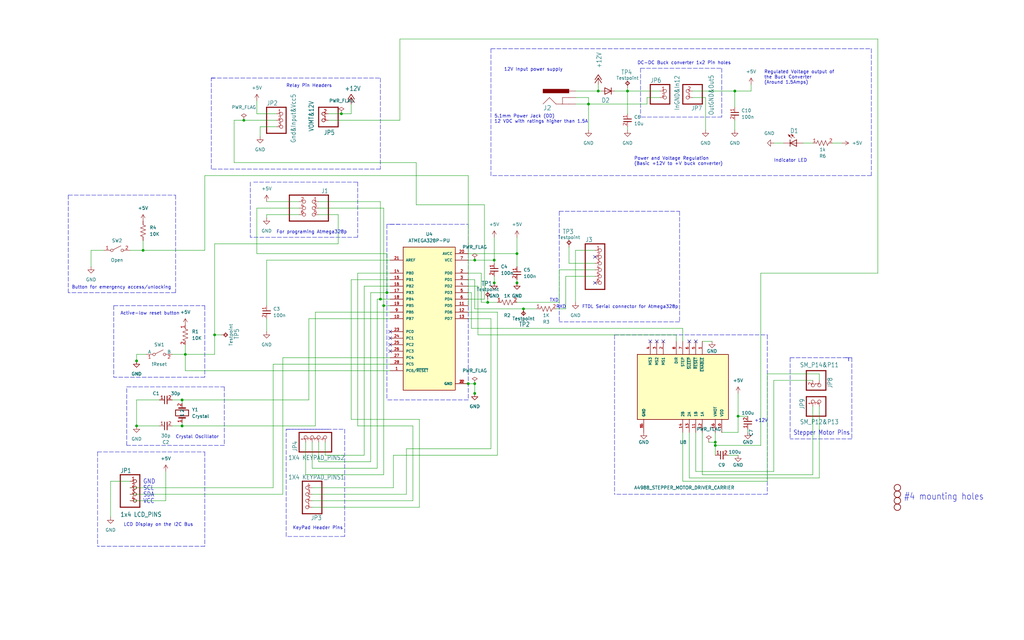
<source format=kicad_sch>
(kicad_sch (version 20211123) (generator eeschema)
  (paper "User" 399.999 250.012)
  (title_block (title "Door Lock Schematic") (rev "4") (company "ECE 411 Team 5 Practicum"))
  (lib_symbols
    (symbol "A4988_STEPPER_MOTOR_DRIVER_CARRIER:A4988_STEPPER_MOTOR_DRIVER_CARRIER" (pin_names (offset 1.016))
      (property "Reference" "U" (at -12.7 19.05 0))
      (property "Value" "A4988_STEPPER_MOTOR_DRIVER_CARRIER" (at -12.7 -21.59 0))
      (symbol "A4988_STEPPER_MOTOR_DRIVER_CARRIER_0_0"
        (pin input line (at -17.78 7.62 0) (length 5.08) (name "~{ENABLE}") (number "1"))
        (pin power_in line (at 17.78 15.24 180) (length 5.08) (name "VDD") (number "10"))
        (pin output line (at 17.78 5.08 180) (length 5.08) (name "1B") (number "11"))
        (pin output line (at 17.78 7.62 180) (length 5.08) (name "1A") (number "12"))
        (pin output line (at 17.78 2.54 180) (length 5.08) (name "2A") (number "13"))
        (pin output line (at 17.78 0 180) (length 5.08) (name "2B") (number "14"))
        (pin power_in line (at 17.78 -15.24 180) (length 5.08) (name "GND") (number "15"))
        (pin power_in line (at 17.78 12.7 180) (length 5.08) (name "VMOT") (number "16"))
        (pin input line (at -17.78 -7.62 0) (length 5.08) (name "MS1") (number "2"))
        (pin input line (at -17.78 -10.16 0) (length 5.08) (name "MS2") (number "3"))
        (pin input line (at -17.78 -12.7 0) (length 5.08) (name "MS3") (number "4"))
        (pin input line (at -17.78 5.08 0) (length 5.08) (name "~{RESET}") (number "5"))
        (pin input line (at -17.78 2.54 0) (length 5.08) (name "~{SLEEP}") (number "6"))
        (pin input line (at -17.78 0 0) (length 5.08) (name "STEP") (number "7"))
        (pin input line (at -17.78 -2.54 0) (length 5.08) (name "DIR") (number "8"))
        (pin power_in line (at 17.78 -15.24 180) (length 5.08) (name "GND") (number "9"))
      )
    )
    (symbol "ATMEGA328P-PU:ATMEGA328P-PU" (pin_names (offset 1.016))
      (property "Reference" "U" (at -10.16 28.9814 0))
      (property "Value" "ATMEGA328P-PU" (at -10.16 -31.5214 0))
      (symbol "ATMEGA328P-PU_0_0"
        (pin bidirectional line (at -15.24 -20.32 0) (length 5.08) (name "PC6/~{RESET}") (number "1"))
        (pin bidirectional line (at -15.24 0 0) (length 5.08) (name "PB7") (number "10"))
        (pin bidirectional line (at 15.24 5.08 180) (length 5.08) (name "PD5") (number "11"))
        (pin bidirectional line (at 15.24 2.54 180) (length 5.08) (name "PD6") (number "12"))
        (pin bidirectional line (at 15.24 0 180) (length 5.08) (name "PD7") (number "13"))
        (pin bidirectional line (at -15.24 17.78 0) (length 5.08) (name "PB0") (number "14"))
        (pin bidirectional line (at -15.24 15.24 0) (length 5.08) (name "PB1") (number "15"))
        (pin bidirectional line (at -15.24 12.7 0) (length 5.08) (name "PB2") (number "16"))
        (pin bidirectional line (at -15.24 10.16 0) (length 5.08) (name "PB3") (number "17"))
        (pin bidirectional line (at -15.24 7.62 0) (length 5.08) (name "PB4") (number "18"))
        (pin bidirectional line (at -15.24 5.08 0) (length 5.08) (name "PB5") (number "19"))
        (pin bidirectional line (at 15.24 17.78 180) (length 5.08) (name "PD0") (number "2"))
        (pin power_in line (at 15.24 25.4 180) (length 5.08) (name "AVCC") (number "20"))
        (pin input line (at -15.24 22.86 0) (length 5.08) (name "AREF") (number "21"))
        (pin power_in line (at 15.24 -25.4 180) (length 5.08) (name "GND") (number "22"))
        (pin bidirectional line (at -15.24 -5.08 0) (length 5.08) (name "PC0") (number "23"))
        (pin bidirectional line (at -15.24 -7.62 0) (length 5.08) (name "PC1") (number "24"))
        (pin bidirectional line (at -15.24 -10.16 0) (length 5.08) (name "PC2") (number "25"))
        (pin bidirectional line (at -15.24 -12.7 0) (length 5.08) (name "PC3") (number "26"))
        (pin bidirectional line (at -15.24 -15.24 0) (length 5.08) (name "PC4") (number "27"))
        (pin bidirectional line (at -15.24 -17.78 0) (length 5.08) (name "PC5") (number "28"))
        (pin bidirectional line (at 15.24 15.24 180) (length 5.08) (name "PD1") (number "3"))
        (pin bidirectional line (at 15.24 12.7 180) (length 5.08) (name "PD2") (number "4"))
        (pin bidirectional line (at 15.24 10.16 180) (length 5.08) (name "PD3") (number "5"))
        (pin bidirectional line (at 15.24 7.62 180) (length 5.08) (name "PD4") (number "6"))
        (pin power_in line (at 15.24 22.86 180) (length 5.08) (name "VCC") (number "7"))
        (pin power_in line (at 15.24 -25.4 180) (length 5.08) (name "GND") (number "8"))
        (pin bidirectional line (at -15.24 2.54 0) (length 5.08) (name "PB6") (number "9"))
      )
    )
    (symbol "C_Small_1" (pin_names (offset 0.254))
      (property "Reference" "C" (at 0.254 1.778 0))
      (property "Value" "C_Small_1" (at 0.254 -2.032 0))
      (symbol "C_Small_1_1_1"
        (pin passive line (at 0 2.54 270) (length 2.032) (name "~") (number "1"))
        (pin passive line (at 0 -2.54 90) (length 2.032) (name "~") (number "2"))
      )
    )
    (symbol "C_Small_2" (pin_names (offset 0.254))
      (property "Reference" "C" (at 0.254 1.778 0))
      (property "Value" "C_Small_2" (at 0.254 -2.032 0))
      (symbol "C_Small_2_1_1"
        (pin passive line (at 0 2.54 270) (length 2.032) (name "~") (number "1"))
        (pin passive line (at 0 -2.54 90) (length 2.032) (name "~") (number "2"))
      )
    )
    (symbol "C_Small_3" (pin_names (offset 0.254))
      (property "Reference" "C" (at 0.254 1.778 0))
      (property "Value" "C_Small_3" (at 0.254 -2.032 0))
      (symbol "C_Small_3_1_1"
        (pin passive line (at 0 2.54 270) (length 2.032) (name "~") (number "1"))
        (pin passive line (at 0 -2.54 90) (length 2.032) (name "~") (number "2"))
      )
    )
    (symbol "C_Small_4" (pin_names (offset 0.254))
      (property "Reference" "C" (at 0.254 1.778 0))
      (property "Value" "C_Small_4" (at 0.254 -2.032 0))
      (symbol "C_Small_4_1_1"
        (pin passive line (at 0 2.54 270) (length 2.032) (name "~") (number "1"))
        (pin passive line (at 0 -2.54 90) (length 2.032) (name "~") (number "2"))
      )
    )
    (symbol "C_Small_5" (pin_names (offset 0.254))
      (property "Reference" "C" (at 0.254 1.778 0))
      (property "Value" "C_Small_5" (at 0.254 -2.032 0))
      (symbol "C_Small_5_1_1"
        (pin passive line (at 0 2.54 270) (length 2.032) (name "~") (number "1"))
        (pin passive line (at 0 -2.54 90) (length 2.032) (name "~") (number "2"))
      )
    )
    (symbol "C_Small_6" (pin_names (offset 0.254))
      (property "Reference" "C" (at 0.254 1.778 0))
      (property "Value" "C_Small_6" (at 0.254 -2.032 0))
      (symbol "C_Small_6_1_1"
        (pin passive line (at 0 2.54 270) (length 2.032) (name "~") (number "1"))
        (pin passive line (at 0 -2.54 90) (length 2.032) (name "~") (number "2"))
      )
    )
    (symbol "C_Small_7" (pin_names (offset 0.254))
      (property "Reference" "C" (at 0.254 1.778 0))
      (property "Value" "C_Small_7" (at 0.254 -2.032 0))
      (symbol "C_Small_7_1_1"
        (pin passive line (at 0 2.54 270) (length 2.032) (name "~") (number "1"))
        (pin passive line (at 0 -2.54 90) (length 2.032) (name "~") (number "2"))
      )
    )
    (symbol "C_Small_8" (pin_names (offset 0.254))
      (property "Reference" "C" (at 0.254 1.778 0))
      (property "Value" "C_Small_8" (at 0.254 -2.032 0))
      (symbol "C_Small_8_1_1"
        (pin passive line (at 0 2.54 270) (length 2.032) (name "~") (number "1"))
        (pin passive line (at 0 -2.54 90) (length 2.032) (name "~") (number "2"))
      )
    )
    (symbol "Device:C_Small" (pin_names (offset 0.254))
      (property "Reference" "C" (at 0.254 1.778 0))
      (property "Value" "C_Small" (at 0.254 -2.032 0))
      (symbol "C_Small_1_1"
        (pin passive line (at 0 2.54 270) (length 2.032) (name "~") (number "1"))
        (pin passive line (at 0 -2.54 90) (length 2.032) (name "~") (number "2"))
      )
    )
    (symbol "Device:Crystal" (pin_names (offset 1.016))
      (property "Reference" "Y" (at 0 3.81 0))
      (property "Value" "Crystal" (at 0 -3.81 0))
      (symbol "Crystal_1_1"
        (pin passive line (at -3.81 0 0) (length 1.27) (name "1") (number "1"))
        (pin passive line (at 3.81 0 180) (length 1.27) (name "2") (number "2"))
      )
    )
    (symbol "Device:R_US" (pin_numbers hide) (pin_names (offset 0))
      (property "Reference" "R" (at 2.54 0 90))
      (property "Value" "R_US" (at -2.54 0 90))
      (symbol "R_US_1_1"
        (pin passive line (at 0 3.81 270) (length 1.27) (name "~") (number "1"))
        (pin passive line (at 0 -3.81 90) (length 1.27) (name "~") (number "2"))
      )
    )
    (symbol "Keyless_Door-eagle-import:+12V" (power)
      (property "Value" "+12V" (at -2.54 -5.08 90))
      (symbol "+12V_1_0"
        (pin power_in line (at 0 -2.54 90) (length 2.54) (name "+12V") (number "1"))
      )
    )
    (symbol "Keyless_Door-eagle-import:DIODE-SMB"
      (property "Reference" "D" (at 2.54 0.4826 0))
      (property "Value" "DIODE-SMB" (at 2.54 -2.3114 0))
      (symbol "DIODE-SMB_1_0"
        (pin passive line (at -2.54 0 0) (length 2.54) (name "A") (number "A"))
        (pin passive line (at 2.54 0 180) (length 2.54) (name "C") (number "C"))
      )
    )
    (symbol "Keyless_Door-eagle-import:LEDCHIP-LED0805"
      (property "Reference" "LED" (at 3.556 -4.572 90))
      (property "Value" "LEDCHIP-LED0805" (at 5.715 -4.572 90))
      (symbol "LEDCHIP-LED0805_1_0"
        (pin passive line (at 0 2.54 270) (length 2.54) (name "A") (number "A"))
        (pin passive line (at 0 -5.08 90) (length 2.54) (name "C") (number "C"))
      )
    )
    (symbol "Keyless_Door-eagle-import:PINHD-1X2"
      (property "Reference" "JP" (at -6.35 5.715 0))
      (property "Value" "PINHD-1X2" (at -6.35 -5.08 0))
      (symbol "PINHD-1X2_1_0"
        (pin passive inverted (at -2.54 2.54 0) (length 2.54) (name "1") (number "1"))
        (pin passive inverted (at -2.54 0 0) (length 2.54) (name "2") (number "2"))
      )
    )
    (symbol "Keyless_Door-eagle-import:PINHD-1X3"
      (property "Reference" "JP" (at -6.35 5.715 0))
      (property "Value" "PINHD-1X3" (at -6.35 -7.62 0))
      (symbol "PINHD-1X3_1_0"
        (pin passive inverted (at -2.54 2.54 0) (length 2.54) (name "1") (number "1"))
        (pin passive inverted (at -2.54 0 0) (length 2.54) (name "2") (number "2"))
        (pin passive inverted (at -2.54 -2.54 0) (length 2.54) (name "3") (number "3"))
      )
    )
    (symbol "Keyless_Door-eagle-import:PINHD-1X4"
      (property "Reference" "JP" (at -6.35 8.255 0))
      (property "Value" "PINHD-1X4" (at -6.35 -7.62 0))
      (symbol "PINHD-1X4_1_0"
        (pin passive inverted (at -2.54 5.08 0) (length 2.54) (name "1") (number "1"))
        (pin passive inverted (at -2.54 2.54 0) (length 2.54) (name "2") (number "2"))
        (pin passive inverted (at -2.54 0 0) (length 2.54) (name "3") (number "3"))
        (pin passive inverted (at -2.54 -2.54 0) (length 2.54) (name "4") (number "4"))
      )
    )
    (symbol "Keyless_Door-eagle-import:PINHD-1X6"
      (property "Reference" "JP" (at -6.35 10.795 0))
      (property "Value" "PINHD-1X6" (at -6.35 -10.16 0))
      (symbol "PINHD-1X6_1_0"
        (pin passive inverted (at -2.54 7.62 0) (length 2.54) (name "1") (number "1"))
        (pin passive inverted (at -2.54 5.08 0) (length 2.54) (name "2") (number "2"))
        (pin passive inverted (at -2.54 2.54 0) (length 2.54) (name "3") (number "3"))
        (pin passive inverted (at -2.54 0 0) (length 2.54) (name "4") (number "4"))
        (pin passive inverted (at -2.54 -2.54 0) (length 2.54) (name "5") (number "5"))
        (pin passive inverted (at -2.54 -5.08 0) (length 2.54) (name "6") (number "6"))
      )
    )
    (symbol "Keyless_Door-eagle-import:PINHD-2X3"
      (property "Reference" "JP" (at -6.35 5.715 0))
      (property "Value" "PINHD-2X3" (at -6.35 -7.62 0))
      (symbol "PINHD-2X3_1_0"
        (pin passive inverted (at -2.54 2.54 0) (length 2.54) (name "1") (number "1"))
        (pin passive inverted (at 5.08 2.54 180) (length 2.54) (name "2") (number "2"))
        (pin passive inverted (at -2.54 0 0) (length 2.54) (name "3") (number "3"))
        (pin passive inverted (at 5.08 0 180) (length 2.54) (name "4") (number "4"))
        (pin passive inverted (at -2.54 -2.54 0) (length 2.54) (name "5") (number "5"))
        (pin passive inverted (at 5.08 -2.54 180) (length 2.54) (name "6") (number "6"))
      )
    )
    (symbol "Keyless_Door-eagle-import:POWER_JACK"
      (property "Reference" "J" (at -10.16 0 0))
      (property "Value" "POWER_JACK" (at -10.16 10.16 0))
      (symbol "POWER_JACK_1_0"
        (pin bidirectional line (at 2.54 2.54 180) (length 2.54) (name "GND") (number "GND"))
        (pin bidirectional line (at 2.54 5.08 180) (length 2.54) (name "GNDBREAK") (number "GNDBREAK"))
        (pin bidirectional line (at 2.54 7.62 180) (length 2.54) (name "PWR") (number "PWR"))
      )
    )
    (symbol "Keyless_Door-eagle-import:STAND-OFF")
    (symbol "Keyless_Door-eagle-import:TPPAD1-13"
      (property "Reference" "TP4" (at -1.27 1.27 0))
      (symbol "TPPAD1-13_1_0"
        (pin input line (at 0 -2.54 90) (length 2.54) (name "TP") (number "TP"))
      )
    )
    (symbol "R_US_1" (pin_names (offset 0))
      (property "Reference" "R" (at 2.54 0 90))
      (property "Value" "R_US_1" (at -2.54 0 90))
      (symbol "R_US_1_1_1"
        (pin passive line (at 0 3.81 270) (length 1.27) (name "~") (number "1"))
        (pin passive line (at 0 -3.81 90) (length 1.27) (name "~") (number "2"))
      )
    )
    (symbol "R_US_2" (pin_names (offset 0))
      (property "Reference" "R" (at 2.54 0 90))
      (property "Value" "R_US_2" (at -2.54 0 90))
      (symbol "R_US_2_1_1"
        (pin passive line (at 0 3.81 270) (length 1.27) (name "~") (number "1"))
        (pin passive line (at 0 -3.81 90) (length 1.27) (name "~") (number "2"))
      )
    )
    (symbol "R_US_3" (pin_names (offset 0))
      (property "Reference" "R" (at 2.54 0 90))
      (property "Value" "R_US_3" (at -2.54 0 90))
      (symbol "R_US_3_1_1"
        (pin passive line (at 0 3.81 270) (length 1.27) (name "~") (number "1"))
        (pin passive line (at 0 -3.81 90) (length 1.27) (name "~") (number "2"))
      )
    )
    (symbol "R_US_4" (pin_names (offset 0))
      (property "Reference" "R" (at 2.54 0 90))
      (property "Value" "R_US_4" (at -2.54 0 90))
      (symbol "R_US_4_1_1"
        (pin passive line (at 0 3.81 270) (length 1.27) (name "~") (number "1"))
        (pin passive line (at 0 -3.81 90) (length 1.27) (name "~") (number "2"))
      )
    )
    (symbol "SW_SPST_1" (pin_names (offset 0))
      (property "Reference" "SW" (at 0 3.175 0))
      (property "Value" "SW_SPST_1" (at 0 -2.54 0))
      (symbol "SW_SPST_1_1_1"
        (pin passive line (at -5.08 0 0) (length 2.54) (name "A") (number "1"))
        (pin passive line (at 5.08 0 180) (length 2.54) (name "B") (number "2"))
      )
    )
    (symbol "Switch:SW_SPST" (pin_names (offset 0) hide)
      (property "Reference" "SW" (at 0 3.175 0))
      (property "Value" "SW_SPST" (at 0 -2.54 0))
      (symbol "SW_SPST_1_1"
        (pin passive line (at -5.08 0 0) (length 2.54) (name "A") (number "1"))
        (pin passive line (at 5.08 0 180) (length 2.54) (name "B") (number "2"))
      )
    )
    (symbol "power:+5V" (power) (pin_names (offset 0))
      (property "Value" "+5V" (at 0 3.556 0))
      (symbol "+5V_1_1"
        (pin power_in line (at 0 0 90) (length 0) hide (name "+5V") (number "1"))
      )
    )
    (symbol "power:GND" (power) (pin_names (offset 0))
      (property "Value" "GND" (at 0 -3.81 0))
      (symbol "GND_1_1"
        (pin power_in line (at 0 0 270) (length 0) hide (name "GND") (number "1"))
      )
    )
    (symbol "power:PWR_FLAG" (power) (pin_numbers hide) (pin_names (offset 0) hide)
      (property "Value" "PWR_FLAG" (at 0 3.81 0))
      (symbol "PWR_FLAG_0_0"
        (pin power_out line (at 0 0 90) (length 0) (name "pwr") (number "1"))
      )
    )
  )
  (junction (at 185.42 101.6))
  (junction (at 72.39 138.43))
  (junction (at 201.93 99.06))
  (junction (at 201.93 110.49))
  (junction (at 133.35 44.45))
  (junction (at 83.82 130.81))
  (junction (at 288.29 162.56))
  (junction (at 204.47 120.65))
  (junction (at 53.34 166.37))
  (junction (at 279.4 173.99))
  (junction (at 245.11 35.56))
  (junction (at 149.86 119.38))
  (junction (at 193.04 110.49))
  (junction (at 193.04 101.6))
  (junction (at 229.87 40.64))
  (junction (at 71.12 156.21))
  (junction (at 55.88 97.79))
  (junction (at 279.4 172.72))
  (junction (at 287.02 35.56))
  (junction (at 185.42 149.86))
  (junction (at 53.34 140.97))
  (junction (at 233.68 35.56))
  (junction (at 71.12 166.37))
  (junction (at 182.88 149.86))
  (junction (at 148.59 116.84))
  (junction (at 185.42 153.67))
  (junction (at 95.25 46.99))
  (junction (at 190.5 118.11))
  (junction (at 151.13 114.3))
  (no_connect (at 152.4 137.16))
  (no_connect (at 259.08 133.35))
  (no_connect (at 254 133.35))
  (no_connect (at 152.4 134.62))
  (no_connect (at 232.41 100.33))
  (no_connect (at 271.78 133.35))
  (no_connect (at 256.54 133.35))
  (no_connect (at 152.4 129.54))
  (no_connect (at 232.41 110.49))
  (no_connect (at 152.4 132.08))
  (no_connect (at 269.24 133.35))
  (wire (pts (xy 124.46 172.72) (xy 124.46 180.34)))
  (polyline (pts (xy 250.19 26.67) (xy 250.19 45.72)))
  (wire (pts (xy 182.88 68.58) (xy 80.01 68.58)))
  (wire (pts (xy 270.51 35.56) (xy 287.02 35.56)))
  (wire (pts (xy 153.67 177.8) (xy 194.31 177.8)))
  (polyline (pts (xy 299.72 130.81) (xy 299.72 193.04)))
  (wire (pts (xy 121.92 198.12) (xy 163.83 198.12)))
  (wire (pts (xy 222.25 102.87) (xy 232.41 102.87)))
  (wire (pts (xy 104.14 78.74) (xy 116.84 78.74)))
  (wire (pts (xy 276.86 172.72) (xy 279.4 172.72)))
  (wire (pts (xy 35.56 97.79) (xy 35.56 104.14)))
  (polyline (pts (xy 332.74 139.7) (xy 332.74 171.45)))
  (wire (pts (xy 156.21 46.99) (xy 156.21 15.24)))
  (wire (pts (xy 107.95 49.53) (xy 101.6 49.53)))
  (wire (pts (xy 163.83 198.12) (xy 163.83 163.83)))
  (wire (pts (xy 133.35 44.45) (xy 137.16 44.45)))
  (wire (pts (xy 264.16 133.35) (xy 264.16 130.81)))
  (polyline (pts (xy 148.59 30.48) (xy 148.59 66.04)))
  (wire (pts (xy 288.29 162.56) (xy 292.1 162.56)))
  (wire (pts (xy 292.1 167.64) (xy 292.1 168.91)))
  (wire (pts (xy 149.86 81.28) (xy 149.86 119.38)))
  (wire (pts (xy 119.38 185.42) (xy 119.38 172.72)))
  (wire (pts (xy 288.29 162.56) (xy 288.29 168.91)))
  (polyline (pts (xy 308.61 139.7) (xy 332.74 139.7)))
  (polyline (pts (xy 111.76 167.64) (xy 113.03 167.64)))
  (wire (pts (xy 342.9 15.24) (xy 342.9 106.68)))
  (wire (pts (xy 55.88 97.79) (xy 80.01 97.79)))
  (wire (pts (xy 158.75 175.26) (xy 191.77 175.26)))
  (wire (pts (xy 124.46 81.28) (xy 149.86 81.28)))
  (wire (pts (xy 185.42 120.65) (xy 204.47 120.65)))
  (polyline (pts (xy 299.72 193.04) (xy 240.03 193.04)))
  (wire (pts (xy 297.18 106.68) (xy 342.9 106.68)))
  (polyline (pts (xy 113.03 167.64) (xy 128.27 167.64)))
  (wire (pts (xy 124.46 78.74) (xy 148.59 78.74)))
  (wire (pts (xy 182.88 116.84) (xy 189.23 116.84)))
  (wire (pts (xy 57.15 138.43) (xy 53.34 138.43)))
  (wire (pts (xy 158.75 193.04) (xy 158.75 175.26)))
  (wire (pts (xy 83.82 95.25) (xy 83.82 130.81)))
  (wire (pts (xy 320.04 148.59) (xy 320.04 146.05)))
  (wire (pts (xy 201.93 109.22) (xy 201.93 110.49)))
  (wire (pts (xy 147.32 116.84) (xy 148.59 116.84)))
  (wire (pts (xy 252.73 38.1) (xy 252.73 40.64)))
  (wire (pts (xy 193.04 101.6) (xy 193.04 102.87)))
  (polyline (pts (xy 182.88 87.63) (xy 182.88 156.21)))
  (polyline (pts (xy 49.53 151.13) (xy 87.63 151.13)))
  (wire (pts (xy 161.29 195.58) (xy 121.92 195.58)))
  (wire (pts (xy 62.23 156.21) (xy 53.34 156.21)))
  (polyline (pts (xy 82.55 30.48) (xy 148.59 30.48)))
  (polyline (pts (xy 87.63 173.99) (xy 49.53 173.99)))
  (polyline (pts (xy 82.55 66.04) (xy 82.55 30.48)))
  (polyline (pts (xy 111.76 167.64) (xy 134.62 167.64)))
  (wire (pts (xy 149.86 119.38) (xy 152.4 119.38)))
  (wire (pts (xy 121.92 193.04) (xy 158.75 193.04)))
  (wire (pts (xy 106.68 142.24) (xy 106.68 190.5)))
  (wire (pts (xy 232.41 105.41) (xy 218.44 105.41)))
  (wire (pts (xy 100.33 81.28) (xy 116.84 81.28)))
  (wire (pts (xy 182.88 101.6) (xy 185.42 101.6)))
  (polyline (pts (xy 151.13 87.63) (xy 152.4 87.63)))
  (polyline (pts (xy 38.1 176.53) (xy 38.1 213.36)))
  (wire (pts (xy 193.04 107.95) (xy 193.04 110.49)))
  (wire (pts (xy 185.42 109.22) (xy 182.88 109.22)))
  (wire (pts (xy 182.88 99.06) (xy 201.93 99.06)))
  (wire (pts (xy 222.25 96.52) (xy 222.25 102.87)))
  (wire (pts (xy 189.23 116.84) (xy 189.23 80.01)))
  (polyline (pts (xy 182.88 156.21) (xy 151.13 156.21)))
  (wire (pts (xy 279.4 172.72) (xy 279.4 173.99)))
  (wire (pts (xy 302.26 148.59) (xy 317.5 148.59)))
  (wire (pts (xy 72.39 138.43) (xy 67.31 138.43)))
  (wire (pts (xy 325.12 55.88) (xy 328.93 55.88)))
  (wire (pts (xy 269.24 186.69) (xy 320.04 186.69)))
  (polyline (pts (xy 308.61 139.7) (xy 308.61 171.45)))
  (wire (pts (xy 317.5 185.42) (xy 317.5 158.75)))
  (polyline (pts (xy 26.67 76.2) (xy 26.67 114.3)))
  (wire (pts (xy 233.68 33.02) (xy 233.68 35.56)))
  (wire (pts (xy 152.4 144.78) (xy 72.39 144.78)))
  (wire (pts (xy 266.7 187.96) (xy 299.72 187.96)))
  (polyline (pts (xy 26.67 76.2) (xy 68.58 76.2)))
  (wire (pts (xy 182.88 68.58) (xy 182.88 119.38)))
  (wire (pts (xy 72.39 144.78) (xy 72.39 138.43)))
  (polyline (pts (xy 80.01 176.53) (xy 80.01 213.36)))
  (wire (pts (xy 104.14 83.82) (xy 104.14 85.09)))
  (wire (pts (xy 152.4 109.22) (xy 137.16 109.22)))
  (wire (pts (xy 190.5 116.84) (xy 190.5 118.11)))
  (wire (pts (xy 161.29 166.37) (xy 161.29 195.58)))
  (wire (pts (xy 257.81 38.1) (xy 252.73 38.1)))
  (polyline (pts (xy 218.44 82.55) (xy 218.44 125.73)))
  (wire (pts (xy 224.79 35.56) (xy 233.68 35.56)))
  (wire (pts (xy 224.79 97.79) (xy 232.41 97.79)))
  (wire (pts (xy 204.47 120.65) (xy 209.55 120.65)))
  (wire (pts (xy 182.88 124.46) (xy 191.77 124.46)))
  (wire (pts (xy 279.4 168.91) (xy 279.4 172.72)))
  (wire (pts (xy 313.69 55.88) (xy 317.5 55.88)))
  (wire (pts (xy 187.96 118.11) (xy 187.96 106.68)))
  (polyline (pts (xy 80.01 147.32) (xy 44.45 147.32)))
  (wire (pts (xy 302.26 55.88) (xy 306.07 55.88)))
  (wire (pts (xy 127 177.8) (xy 142.24 177.8)))
  (polyline (pts (xy 82.55 30.48) (xy 83.82 30.48)))
  (wire (pts (xy 127 177.8) (xy 127 172.72)))
  (wire (pts (xy 91.44 63.5) (xy 91.44 46.99)))
  (wire (pts (xy 83.82 130.81) (xy 83.82 138.43)))
  (wire (pts (xy 142.24 111.76) (xy 152.4 111.76)))
  (wire (pts (xy 100.33 44.45) (xy 107.95 44.45)))
  (polyline (pts (xy 331.47 139.7) (xy 331.47 140.97)))
  (polyline (pts (xy 44.45 119.38) (xy 80.01 119.38)))
  (polyline (pts (xy 218.44 82.55) (xy 265.43 82.55)))
  (polyline (pts (xy 68.58 76.2) (xy 68.58 114.3)))
  (wire (pts (xy 132.08 95.25) (xy 83.82 95.25)))
  (wire (pts (xy 245.11 35.56) (xy 257.81 35.56)))
  (wire (pts (xy 240.03 35.56) (xy 245.11 35.56)))
  (wire (pts (xy 162.56 80.01) (xy 162.56 63.5)))
  (wire (pts (xy 229.87 38.1) (xy 229.87 40.64)))
  (wire (pts (xy 299.72 146.05) (xy 320.04 146.05)))
  (wire (pts (xy 288.29 153.67) (xy 288.29 162.56)))
  (wire (pts (xy 229.87 40.64) (xy 229.87 50.8)))
  (wire (pts (xy 139.7 106.68) (xy 152.4 106.68)))
  (wire (pts (xy 287.02 50.8) (xy 287.02 46.99)))
  (polyline (pts (xy 265.43 82.55) (xy 265.43 125.73)))
  (wire (pts (xy 279.4 173.99) (xy 279.4 177.8)))
  (polyline (pts (xy 331.47 139.7) (xy 331.47 140.97)))
  (wire (pts (xy 101.6 49.53) (xy 101.6 53.34)))
  (polyline (pts (xy 265.43 125.73) (xy 218.44 125.73)))
  (polyline (pts (xy 240.03 130.81) (xy 299.72 130.81)))
  (wire (pts (xy 245.11 34.29) (xy 245.11 35.56)))
  (wire (pts (xy 163.83 163.83) (xy 137.16 163.83)))
  (wire (pts (xy 264.16 130.81) (xy 186.69 130.81)))
  (wire (pts (xy 121.92 190.5) (xy 153.67 190.5)))
  (wire (pts (xy 124.46 180.34) (xy 144.78 180.34)))
  (polyline (pts (xy 44.45 119.38) (xy 44.45 147.32)))
  (wire (pts (xy 187.96 106.68) (xy 182.88 106.68)))
  (wire (pts (xy 220.98 107.95) (xy 220.98 120.65)))
  (wire (pts (xy 271.78 168.91) (xy 271.78 184.15)))
  (wire (pts (xy 185.42 153.67) (xy 185.42 149.86)))
  (wire (pts (xy 297.18 106.68) (xy 297.18 173.99)))
  (wire (pts (xy 137.16 109.22) (xy 137.16 163.83)))
  (polyline (pts (xy 250.19 26.67) (xy 281.94 26.67)))
  (wire (pts (xy 245.11 35.56) (xy 245.11 44.45)))
  (wire (pts (xy 161.29 166.37) (xy 139.7 166.37)))
  (wire (pts (xy 274.32 133.35) (xy 278.13 133.35)))
  (wire (pts (xy 186.69 111.76) (xy 182.88 111.76)))
  (wire (pts (xy 185.42 101.6) (xy 193.04 101.6)))
  (polyline (pts (xy 80.01 119.38) (xy 80.01 147.32)))
  (wire (pts (xy 123.19 121.92) (xy 123.19 166.37)))
  (polyline (pts (xy 148.59 66.04) (xy 82.55 66.04)))
  (wire (pts (xy 274.32 185.42) (xy 317.5 185.42)))
  (wire (pts (xy 274.32 168.91) (xy 274.32 185.42)))
  (polyline (pts (xy 240.03 130.81) (xy 240.03 193.04)))
  (wire (pts (xy 106.68 142.24) (xy 152.4 142.24)))
  (polyline (pts (xy 38.1 176.53) (xy 80.01 176.53)))
  (polyline (pts (xy 68.58 114.3) (xy 26.67 114.3)))
  (polyline (pts (xy 87.63 151.13) (xy 87.63 173.99)))
  (wire (pts (xy 299.72 187.96) (xy 299.72 146.05)))
  (wire (pts (xy 266.7 133.35) (xy 266.7 128.27)))
  (polyline (pts (xy 151.13 87.63) (xy 151.13 156.21)))
  (wire (pts (xy 297.18 173.99) (xy 279.4 173.99)))
  (wire (pts (xy 72.39 134.62) (xy 72.39 138.43)))
  (wire (pts (xy 119.38 185.42) (xy 149.86 185.42)))
  (wire (pts (xy 194.31 118.11) (xy 190.5 118.11)))
  (polyline (pts (xy 134.62 209.55) (xy 111.76 209.55)))
  (wire (pts (xy 67.31 156.21) (xy 71.12 156.21)))
  (wire (pts (xy 162.56 63.5) (xy 91.44 63.5)))
  (wire (pts (xy 100.33 81.28) (xy 100.33 99.06)))
  (polyline (pts (xy 191.77 19.05) (xy 191.77 68.58)))
  (wire (pts (xy 104.14 101.6) (xy 104.14 119.38)))
  (wire (pts (xy 194.31 177.8) (xy 194.31 121.92)))
  (wire (pts (xy 151.13 99.06) (xy 151.13 114.3)))
  (wire (pts (xy 224.79 97.79) (xy 224.79 118.11)))
  (wire (pts (xy 100.33 39.37) (xy 100.33 44.45)))
  (wire (pts (xy 147.32 182.88) (xy 147.32 116.84)))
  (polyline (pts (xy 99.06 71.12) (xy 139.7 71.12)))
  (wire (pts (xy 191.77 175.26) (xy 191.77 124.46)))
  (wire (pts (xy 201.93 118.11) (xy 218.44 118.11)))
  (wire (pts (xy 91.44 46.99) (xy 95.25 46.99)))
  (wire (pts (xy 193.04 92.71) (xy 193.04 101.6)))
  (wire (pts (xy 148.59 78.74) (xy 148.59 116.84)))
  (wire (pts (xy 293.37 35.56) (xy 287.02 35.56)))
  (wire (pts (xy 302.26 184.15) (xy 302.26 148.59)))
  (wire (pts (xy 80.01 68.58) (xy 80.01 97.79)))
  (wire (pts (xy 224.79 38.1) (xy 229.87 38.1)))
  (wire (pts (xy 182.88 149.86) (xy 180.34 149.86)))
  (wire (pts (xy 137.16 40.64) (xy 137.16 44.45)))
  (wire (pts (xy 288.29 168.91) (xy 281.94 168.91)))
  (polyline (pts (xy 191.77 19.05) (xy 340.36 19.05)))
  (polyline (pts (xy 80.01 213.36) (xy 38.1 213.36)))
  (wire (pts (xy 293.37 33.02) (xy 293.37 35.56)))
  (wire (pts (xy 201.93 99.06) (xy 201.93 104.14)))
  (wire (pts (xy 139.7 166.37) (xy 139.7 106.68)))
  (wire (pts (xy 35.56 97.79) (xy 40.64 97.79)))
  (wire (pts (xy 152.4 121.92) (xy 123.19 121.92)))
  (wire (pts (xy 53.34 166.37) (xy 62.23 166.37)))
  (wire (pts (xy 245.11 50.8) (xy 245.11 49.53)))
  (wire (pts (xy 55.88 97.79) (xy 50.8 97.79)))
  (polyline (pts (xy 152.4 87.63) (xy 156.21 87.63)))
  (wire (pts (xy 190.5 118.11) (xy 187.96 118.11)))
  (wire (pts (xy 104.14 83.82) (xy 116.84 83.82)))
  (wire (pts (xy 184.15 114.3) (xy 182.88 114.3)))
  (wire (pts (xy 123.19 166.37) (xy 71.12 166.37)))
  (wire (pts (xy 184.15 128.27) (xy 184.15 114.3)))
  (wire (pts (xy 110.49 193.04) (xy 110.49 139.7)))
  (polyline (pts (xy 49.53 173.99) (xy 49.53 151.13)))
  (wire (pts (xy 50.8 190.5) (xy 106.68 190.5)))
  (polyline (pts (xy 340.36 68.58) (xy 191.77 68.58)))
  (wire (pts (xy 156.21 15.24) (xy 342.9 15.24)))
  (wire (pts (xy 64.77 184.15) (xy 64.77 195.58)))
  (wire (pts (xy 184.15 128.27) (xy 266.7 128.27)))
  (wire (pts (xy 55.88 93.98) (xy 55.88 97.79)))
  (wire (pts (xy 71.12 165.1) (xy 71.12 166.37)))
  (wire (pts (xy 86.36 130.81) (xy 83.82 130.81)))
  (wire (pts (xy 152.4 101.6) (xy 104.14 101.6)))
  (wire (pts (xy 194.31 121.92) (xy 182.88 121.92)))
  (wire (pts (xy 67.31 166.37) (xy 71.12 166.37)))
  (wire (pts (xy 224.79 40.64) (xy 229.87 40.64)))
  (wire (pts (xy 220.98 120.65) (xy 217.17 120.65)))
  (wire (pts (xy 53.34 156.21) (xy 53.34 166.37)))
  (wire (pts (xy 186.69 130.81) (xy 186.69 111.76)))
  (wire (pts (xy 151.13 114.3) (xy 152.4 114.3)))
  (wire (pts (xy 121.92 182.88) (xy 147.32 182.88)))
  (polyline (pts (xy 152.4 87.63) (xy 182.88 87.63)))
  (wire (pts (xy 233.68 35.56) (xy 234.95 35.56)))
  (wire (pts (xy 153.67 190.5) (xy 153.67 177.8)))
  (wire (pts (xy 266.7 168.91) (xy 266.7 187.96)))
  (polyline (pts (xy 281.94 45.72) (xy 250.19 45.72)))
  (wire (pts (xy 320.04 186.69) (xy 320.04 158.75)))
  (wire (pts (xy 53.34 138.43) (xy 53.34 140.97)))
  (wire (pts (xy 121.92 182.88) (xy 121.92 172.72)))
  (wire (pts (xy 275.59 38.1) (xy 275.59 50.8)))
  (wire (pts (xy 218.44 105.41) (xy 218.44 118.11)))
  (wire (pts (xy 232.41 107.95) (xy 220.98 107.95)))
  (wire (pts (xy 152.4 124.46) (xy 120.65 124.46)))
  (wire (pts (xy 71.12 156.21) (xy 120.65 156.21)))
  (wire (pts (xy 229.87 40.64) (xy 252.73 40.64)))
  (wire (pts (xy 269.24 186.69) (xy 269.24 168.91)))
  (polyline (pts (xy 111.76 209.55) (xy 111.76 167.64)))
  (wire (pts (xy 83.82 138.43) (xy 72.39 138.43)))
  (polyline (pts (xy 139.7 92.71) (xy 97.79 92.71)))
  (wire (pts (xy 132.08 83.82) (xy 132.08 95.25)))
  (wire (pts (xy 189.23 80.01) (xy 162.56 80.01)))
  (wire (pts (xy 185.42 149.86) (xy 182.88 149.86)))
  (wire (pts (xy 201.93 92.71) (xy 201.93 99.06)))
  (wire (pts (xy 124.46 83.82) (xy 132.08 83.82)))
  (wire (pts (xy 149.86 185.42) (xy 149.86 119.38)))
  (wire (pts (xy 284.48 177.8) (xy 288.29 177.8)))
  (wire (pts (xy 144.78 114.3) (xy 151.13 114.3)))
  (wire (pts (xy 142.24 177.8) (xy 142.24 111.76)))
  (wire (pts (xy 50.8 193.04) (xy 110.49 193.04)))
  (polyline (pts (xy 97.79 71.12) (xy 97.79 92.71)))
  (polyline (pts (xy 340.36 19.05) (xy 340.36 68.58)))
  (wire (pts (xy 104.14 124.46) (xy 104.14 129.54)))
  (wire (pts (xy 144.78 180.34) (xy 144.78 114.3)))
  (polyline (pts (xy 281.94 26.67) (xy 281.94 45.72)))
  (wire (pts (xy 271.78 184.15) (xy 302.26 184.15)))
  (wire (pts (xy 50.8 195.58) (xy 64.77 195.58)))
  (wire (pts (xy 287.02 35.56) (xy 287.02 41.91)))
  (wire (pts (xy 185.42 120.65) (xy 185.42 109.22)))
  (wire (pts (xy 95.25 46.99) (xy 107.95 46.99)))
  (polyline (pts (xy 139.7 71.12) (xy 139.7 92.71)))
  (wire (pts (xy 100.33 99.06) (xy 151.13 99.06)))
  (wire (pts (xy 148.59 116.84) (xy 152.4 116.84)))
  (polyline (pts (xy 332.74 171.45) (xy 308.61 171.45)))
  (wire (pts (xy 110.49 139.7) (xy 152.4 139.7)))
  (polyline (pts (xy 330.2 139.7) (xy 331.47 139.7)))
  (polyline (pts (xy 134.62 167.64) (xy 134.62 209.55)))
  (wire (pts (xy 128.27 44.45) (xy 133.35 44.45)))
  (wire (pts (xy 71.12 156.21) (xy 71.12 157.48)))
  (wire (pts (xy 120.65 124.46) (xy 120.65 156.21)))
  (wire (pts (xy 128.27 46.99) (xy 156.21 46.99)))
  (wire (pts (xy 43.18 187.96) (xy 50.8 187.96)))
  (wire (pts (xy 43.18 187.96) (xy 43.18 201.93)))
  (wire (pts (xy 270.51 38.1) (xy 275.59 38.1)))
  (text "SCL" (at 55.88 191.77 180) (effects (font (size 1.778 1.5113)) (justify left bottom)))
  (text "#4 mounting holes" (at 353.06 195.58 180) (effects (font (size 2.54 2.159)) (justify left bottom)))
  (text "12V Input power supply\n" (at 196.85 27.94 0) (effects (font (size 1.27 1.27)) (justify left bottom)))
  (text "DC-DC Buck converter 1x2 Pin holes" (at 248.92 25.4 0) (effects (font (size 1.27 1.27)) (justify left bottom)))
  (text "KeyPad Header Pins" (at 114.3 207.01 0) (effects (font (size 1.27 1.27)) (justify left bottom)))
  (text "FTDL Serial connector for Atmega328p\n" (at 227.33 120.65 0) (effects (font (size 1.27 1.27)) (justify left bottom)))
  (text "Relay Pin Headers\n" (at 111.76 34.29 0) (effects (font (size 1.27 1.27)) (justify left bottom)))
  (text "LCD Display on the I2C Bus\n" (at 48.26 205.74 0) (effects (font (size 1.27 1.27)) (justify left bottom)))
  (text "RXD\n" (at 217.17 120.65 0) (effects (font (size 1.27 1.27)) (justify left bottom)))
  (text "Power and Voltage Regulation\n(Basic +12V to +V buck converter)" (at 247.65 64.77 0) (effects (font (size 1.27 1.27)) (justify left bottom)))
  (text "Button for emergency access/unlocking\n" (at 27.94 113.03 0) (effects (font (size 1.27 1.27)) (justify left bottom)))
  (text "Stepper Motor Pins" (at 309.88 170.18 180) (effects (font (size 1.778 1.5113)) (justify left bottom)))
  (text "For programing Atmega328p\n" (at 107.95 91.44 0) (effects (font (size 1.27 1.27)) (justify left bottom)))
  (text "5.1mm Power Jack (OD) \n12 VDC with ratings higher than 1.5A\n" (at 193.04 48.26 0) (effects (font (size 1.27 1.27)) (justify left bottom)))
  (text "Active-low reset button" (at 46.99 123.19 0) (effects (font (size 1.27 1.27)) (justify left bottom)))
  (text "+12V" (at 294.64 165.1 0) (effects (font (size 1.27 1.27)) (justify left bottom)))
  (text "VCC" (at 55.88 196.85 180) (effects (font (size 1.778 1.5113)) (justify left bottom)))
  (text "Regulated Voltage output of\nthe Buck Converter\n(Around 1.5Amps)\n" (at 298.45 33.02 0) (effects (font (size 1.27 1.27)) (justify left bottom)))
  (text "TXD\n" (at 214.63 118.11 0) (effects (font (size 1.27 1.27)) (justify left bottom)))
  (text "Indicator LED" (at 302.26 63.5 0) (effects (font (size 1.27 1.27)) (justify left bottom)))
  (text "GND" (at 55.88 189.23 180) (effects (font (size 1.778 1.5113)) (justify left bottom)))
  (text "SDA" (at 55.88 194.31 180) (effects (font (size 1.778 1.5113)) (justify left bottom)))
  (text "Crystal Oscillator" (at 68.58 171.45 0) (effects (font (size 1.27 1.27)) (justify left bottom)))
  (symbol (lib_id "Device:C_Small") (at 245.11 46.99 0) (unit 1)
    (property "Reference" "C6" (at 247.65 45.7262 0) (effects (justify left)))
    (property "Value" "10u" (at 247.65 48.26 0) (effects (justify left)))
    (property "Footprint" "Keyless_Door:C0805K" (effects hide))
  )
  (symbol (lib_name "C_Small_7") (lib_id "Device:C_Small") (at 292.1 165.1 180) (unit 1)
    (property "Reference" "C7" (at 293.37 167.64 90) (effects (justify left)))
    (property "Value" "100u" (at 294.64 161.29 0) (effects (justify left)))
    (property "Footprint" "Keyless_Door:C0805K" (effects hide))
  )
  (symbol (lib_id "Device:R_US") (at 55.88 90.17 0) (unit 1)
    (property "Reference" "R4" (at 58.42 88.8999 0) (effects (justify left)))
    (property "Value" "10K" (at 58.42 91.4399 0) (effects (justify left)))
    (property "Footprint" "Keyless_Door:R0805" (effects hide))
  )
  (symbol (lib_id "Keyless_Door-eagle-import:PINHD-1X2") (at 317.5 151.13 270) (unit 1)
    (property "Reference" "JP8" (at 323.215 147.32 0) (effects (font (size 1.778 1.5113)) (justify left bottom)))
    (property "Value" "SM_P14&P11" (at 312.42 143.51 90) (effects (font (size 1.778 1.5113)) (justify left bottom)))
    (property "Footprint" "Keyless_Door:1X02" (effects hide))
  )
  (symbol (lib_id "Keyless_Door-eagle-import:PINHD-1X4") (at 124.46 170.18 90) (unit 1)
    (property "Reference" "JP4" (at 116.205 176.53 0) (effects (font (size 1.778 1.5113)) (justify left bottom)))
    (property "Value" "1X4 KEYPAD_PINS2" (at 134.62 177.8 90) (effects (font (size 1.778 1.5113)) (justify left bottom)))
    (property "Footprint" "Keyless_Door:1X04" (effects hide))
  )
  (symbol (lib_id "power:GND") (at 288.29 177.8 0) (unit 1)
    (property "Reference" "#PWR0110" (effects hide))
    (property "Value" "GND" (at 288.29 181.61 0))
  )
  (symbol (lib_id "power:GND") (at 104.14 85.09 0) (mirror y) (unit 1)
    (property "Reference" "#PWR0127" (effects hide))
    (property "Value" "GND" (at 104.14 90.17 0))
  )
  (symbol (lib_name "R_US_4") (lib_id "Device:R_US") (at 321.31 55.88 90) (unit 1)
    (property "Reference" "R6" (at 321.31 60.96 90))
    (property "Value" "1k" (at 321.31 58.42 90))
    (property "Footprint" "Keyless_Door:R0805" (effects hide))
  )
  (symbol (lib_id "power:PWR_FLAG") (at 276.86 172.72 0) (unit 1)
    (property "Reference" "#FLG0101" (effects hide))
    (property "Value" "PWR_FLAG" (at 276.86 167.64 0))
  )
  (symbol (lib_id "Keyless_Door-eagle-import:TPPAD1-13") (at 190.5 114.3 0) (unit 1)
    (property "Reference" "TP1" (at 187.96 111.76 0) (effects (font (size 1.778 1.5113)) (justify left bottom)))
    (property "Value" "Testpoint" (at 190.5 113.03 0))
    (property "Footprint" "Keyless_Door:P1-13" (effects hide))
  )
  (symbol (lib_id "power:GND") (at 185.42 153.67 0) (unit 1)
    (property "Reference" "#PWR0132" (effects hide))
    (property "Value" "GND" (at 185.42 158.75 0))
  )
  (symbol (lib_name "C_Small_2") (lib_id "Device:C_Small") (at 201.93 106.68 0) (unit 1)
    (property "Reference" "C5" (at 204.47 105.4162 0) (effects (justify left)))
    (property "Value" "100n" (at 204.47 107.95 0) (effects (justify left)))
    (property "Footprint" "Keyless_Door:C0805K" (effects hide))
  )
  (symbol (lib_id "Keyless_Door-eagle-import:PINHD-1X2") (at 320.04 156.21 90) (unit 1)
    (property "Reference" "JP9" (at 314.325 160.02 0) (effects (font (size 1.778 1.5113)) (justify left bottom)))
    (property "Value" "SM_P12&P13" (at 327.66 163.83 90) (effects (font (size 1.778 1.5113)) (justify left bottom)))
    (property "Footprint" "Keyless_Door:1X02" (effects hide))
  )
  (symbol (lib_id "Keyless_Door-eagle-import:PINHD-1X4") (at 119.38 193.04 180) (unit 1)
    (property "Reference" "JP3" (at 125.73 201.295 0) (effects (font (size 1.778 1.5113)) (justify left bottom)))
    (property "Value" "1X4 KEYPAD_PINS1" (at 134.62 185.42 0) (effects (font (size 1.778 1.5113)) (justify left bottom)))
    (property "Footprint" "Keyless_Door:1X04" (effects hide))
  )
  (symbol (lib_id "power:GND") (at 229.87 50.8 0) (unit 1)
    (property "Reference" "#PWR0121" (effects hide))
    (property "Value" "GND" (at 229.87 55.88 0))
  )
  (symbol (lib_id "power:GND") (at 104.14 129.54 0) (unit 1)
    (property "Reference" "#PWR0135" (effects hide))
    (property "Value" "GND" (at 104.14 134.62 0))
  )
  (symbol (lib_name "R_US_3") (lib_id "Device:R_US") (at 72.39 130.81 0) (unit 1)
    (property "Reference" "R1" (at 74.93 129.5399 0) (effects (justify left)))
    (property "Value" "10K" (at 74.93 132.0799 0) (effects (justify left)))
    (property "Footprint" "Keyless_Door:R0805" (effects hide))
  )
  (symbol (lib_id "power:+5V") (at 55.88 86.36 0) (unit 1)
    (property "Reference" "#PWR0124" (effects hide))
    (property "Value" "+5V" (at 55.88 81.28 0))
  )
  (symbol (lib_id "Keyless_Door-eagle-import:PINHD-1X2") (at 125.73 44.45 180) (unit 1)
    (property "Reference" "JP5" (at 130.81 50.8 0) (effects (font (size 1.778 1.5113)) (justify left bottom)))
    (property "Value" "VOMT&12V" (at 120.65 39.37 90) (effects (font (size 1.778 1.5113)) (justify left bottom)))
    (property "Footprint" "Keyless_Door:1X02" (effects hide))
  )
  (symbol (lib_id "Keyless_Door-eagle-import:TPPAD1-13") (at 88.9 130.81 270) (unit 1)
    (property "Reference" "TP5" (at 91.44 128.27 0) (effects (font (size 1.778 1.5113)) (justify left bottom)))
    (property "Value" "Testpoint" (at 90.17 130.81 0))
    (property "Footprint" "Keyless_Door:P1-13" (effects hide))
  )
  (symbol (lib_id "power:GND") (at 185.42 153.67 0) (unit 1)
    (property "Reference" "#PWR0133" (effects hide))
    (property "Value" "GND" (at 185.42 158.75 0))
  )
  (symbol (lib_id "power:GND") (at 201.93 110.49 0) (unit 1)
    (property "Reference" "#PWR0103" (effects hide))
    (property "Value" "GND" (at 201.93 115.57 0))
  )
  (symbol (lib_id "Keyless_Door-eagle-import:+12V") (at 233.68 30.48 0) (unit 1)
    (property "Reference" "#P+0103" (effects hide))
    (property "Value" "+12V" (at 234.95 26.67 90) (effects (font (size 1.778 1.5113)) (justify left bottom)))
    (property "Footprint" "Keyless_Door:" (effects hide))
  )
  (symbol (lib_id "Keyless_Door-eagle-import:STAND-OFF") (at 350.52 195.58 0) (unit 1)
    (property "Reference" "H3" (effects hide))
    (property "Value" "STAND-OFF" (effects hide))
    (property "Footprint" "Keyless_Door:STAND-OFF" (effects hide))
  )
  (symbol (lib_id "power:PWR_FLAG") (at 185.42 101.6 0) (unit 1)
    (property "Reference" "#FLG0102" (effects hide))
    (property "Value" "PWR_FLAG" (at 185.42 96.52 0))
  )
  (symbol (lib_id "power:+5V") (at 100.33 39.37 0) (mirror y) (unit 1)
    (property "Reference" "#PWR0125" (effects hide))
    (property "Value" "+5V" (at 100.33 34.29 0))
  )
  (symbol (lib_id "power:+5V") (at 288.29 153.67 0) (unit 1)
    (property "Reference" "#PWR0109" (effects hide))
    (property "Value" "+5V" (at 288.29 148.59 0))
  )
  (symbol (lib_id "power:GND") (at 302.26 55.88 270) (unit 1)
    (property "Reference" "#PWR0115" (effects hide))
    (property "Value" "GND" (at 298.45 52.07 90) (effects (justify left)))
  )
  (symbol (lib_name "C_Small_3") (lib_id "Device:C_Small") (at 104.14 121.92 0) (unit 1)
    (property "Reference" "C3" (at 106.68 120.6562 0) (effects (justify left)))
    (property "Value" "100n" (at 106.68 123.1962 0) (effects (justify left)))
    (property "Footprint" "Keyless_Door:C0805K" (effects hide))
  )
  (symbol (lib_id "Keyless_Door-eagle-import:PINHD-1X3") (at 110.49 46.99 0) (unit 1)
    (property "Reference" "JP2" (at 104.14 41.275 0) (effects (font (size 1.778 1.5113)) (justify left bottom)))
    (property "Value" "Gnd&Input&Vcc5" (at 115.57 55.88 90) (effects (font (size 1.778 1.5113)) (justify left bottom)))
    (property "Footprint" "Keyless_Door:1X03" (effects hide))
  )
  (symbol (lib_id "Keyless_Door-eagle-import:TPPAD1-13") (at 204.47 123.19 180) (unit 1)
    (property "Reference" "TP2" (at 207.01 125.73 0) (effects (font (size 1.778 1.5113)) (justify left bottom)))
    (property "Value" "Testpoint" (at 204.47 124.46 0))
    (property "Footprint" "Keyless_Door:P1-13" (effects hide))
  )
  (symbol (lib_id "power:+5V") (at 293.37 33.02 0) (unit 1)
    (property "Reference" "#PWR0116" (effects hide))
    (property "Value" "+5V" (at 293.37 27.94 0))
  )
  (symbol (lib_id "Device:Crystal") (at 71.12 161.29 90) (unit 1)
    (property "Reference" "Y1" (at 74.93 160.0199 90) (effects (justify right)))
    (property "Value" "Crystal" (at 74.93 162.5599 90) (effects (justify right)))
    (property "Footprint" "Keyless_Door:HC49UP" (effects hide))
  )
  (symbol (lib_name "SW_SPST_1") (lib_id "Switch:SW_SPST") (at 62.23 138.43 0) (unit 1)
    (property "Reference" "SW1" (at 62.23 134.62 0))
    (property "Value" "!Reset" (at 62.23 142.24 0))
    (property "Footprint" "Keyless_Door:TACTILE_SWITCH_SMD" (effects hide))
  )
  (symbol (lib_id "power:PWR_FLAG") (at 95.25 46.99 0) (unit 1)
    (property "Reference" "#FLG0105" (effects hide))
    (property "Value" "PWR_FLAG" (at 95.25 41.91 0))
  )
  (symbol (lib_id "power:PWR_FLAG") (at 133.35 44.45 0) (unit 1)
    (property "Reference" "#FLG0103" (effects hide))
    (property "Value" "PWR_FLAG" (at 133.35 39.37 0))
  )
  (symbol (lib_id "power:+5V") (at 64.77 184.15 0) (unit 1)
    (property "Reference" "#PWR0112" (effects hide))
    (property "Value" "+5V" (at 64.77 179.07 0))
  )
  (symbol (lib_id "power:GND") (at 251.46 168.91 0) (unit 1)
    (property "Reference" "#PWR0108" (effects hide))
    (property "Value" "GND" (at 251.46 172.72 0))
  )
  (symbol (lib_id "Keyless_Door-eagle-import:LEDCHIP-LED0805") (at 311.15 55.88 270) (unit 1)
    (property "Reference" "D1" (at 308.61 52.07 90) (effects (font (size 1.778 1.5113)) (justify left bottom)))
    (property "Value" "LED" (at 307.34 60.96 90) (effects (font (size 1.778 1.5113)) (justify left bottom)))
    (property "Footprint" "Keyless_Door:CHIP-LED0805" (effects hide))
    (property "Value" "LED" (effects hide))
  )
  (symbol (lib_name "C_Small_1") (lib_id "Device:C_Small") (at 193.04 105.41 0) (unit 1)
    (property "Reference" "C4" (at 195.58 104.1462 0) (effects (justify left)))
    (property "Value" "100n" (at 195.58 106.6862 0) (effects (justify left)))
    (property "Footprint" "Keyless_Door:C0805K" (effects hide))
  )
  (symbol (lib_name "C_Small_8") (lib_id "Device:C_Small") (at 287.02 44.45 0) (unit 1)
    (property "Reference" "C10" (at 289.56 43.1862 0) (effects (justify left)))
    (property "Value" "100n" (at 289.56 45.72 0) (effects (justify left)))
    (property "Footprint" "Keyless_Door:C0805K" (effects hide))
  )
  (symbol (lib_id "Keyless_Door-eagle-import:PINHD-1X4") (at 53.34 193.04 0) (unit 1)
    (property "Reference" "JP1" (at 46.99 184.785 0) (effects (font (size 1.778 1.5113)) (justify left bottom)))
    (property "Value" "1x4 LCD_PINS" (at 46.99 201.93 0) (effects (font (size 1.778 1.5113)) (justify left bottom)))
    (property "Footprint" "Keyless_Door:1X04" (effects hide))
  )
  (symbol (lib_id "power:GND") (at 278.13 133.35 0) (unit 1)
    (property "Reference" "#PWR0119" (effects hide))
    (property "Value" "GND" (at 278.13 137.16 0))
  )
  (symbol (lib_id "power:GND") (at 53.34 166.37 0) (unit 1)
    (property "Reference" "#PWR0136" (effects hide))
    (property "Value" "GND" (at 53.34 171.45 0))
  )
  (symbol (lib_id "power:PWR_FLAG") (at 185.42 149.86 0) (unit 1)
    (property "Reference" "#FLG0104" (effects hide))
    (property "Value" "PWR_FLAG" (at 185.42 144.78 0))
  )
  (symbol (lib_id "power:GND") (at 53.34 140.97 0) (unit 1)
    (property "Reference" "#PWR0137" (effects hide))
    (property "Value" "GND" (at 53.34 146.05 0))
  )
  (symbol (lib_name "C_Small_4") (lib_id "Device:C_Small") (at 64.77 156.21 90) (unit 1)
    (property "Reference" "C1" (at 60.96 153.67 90))
    (property "Value" "30p" (at 68.58 153.67 90))
    (property "Footprint" "Keyless_Door:C0805K" (effects hide))
  )
  (symbol (lib_id "Keyless_Door-eagle-import:POWER_JACK") (at 222.25 43.18 0) (unit 1)
    (property "Reference" "J2" (at 212.09 43.18 0) (effects (font (size 1.778 1.778)) (justify left bottom)))
    (property "Value" "Power Jack" (at 210.82 33.02 0) (effects (font (size 1.778 1.778)) (justify left bottom)))
    (property "Footprint" "Keyless_Door:POWER_JACK_PTH" (effects hide))
    (property "Value" "Power Jack" (effects hide))
  )
  (symbol (lib_id "power:GND") (at 245.11 50.8 0) (unit 1)
    (property "Reference" "#PWR0120" (effects hide))
    (property "Value" "GND" (at 245.11 55.88 0))
  )
  (symbol (lib_id "Keyless_Door-eagle-import:PINHD-1X2") (at 267.97 35.56 180) (unit 1)
    (property "Reference" "JP7" (at 274.32 41.275 0) (effects (font (size 1.778 1.5113)) (justify left bottom)))
    (property "Value" "OutGND&Out5" (at 276.86 29.21 90) (effects (font (size 1.778 1.5113)) (justify left bottom)))
    (property "Footprint" "Keyless_Door:1X02" (effects hide))
  )
  (symbol (lib_id "Keyless_Door-eagle-import:STAND-OFF") (at 350.52 198.12 0) (unit 1)
    (property "Reference" "H4" (effects hide))
    (property "Value" "STAND-OFF" (effects hide))
    (property "Footprint" "Keyless_Door:STAND-OFF" (effects hide))
  )
  (symbol (lib_id "power:GND") (at 43.18 201.93 0) (unit 1)
    (property "Reference" "#PWR0111" (effects hide))
    (property "Value" "GND" (at 43.18 207.01 0))
  )
  (symbol (lib_id "power:+5V") (at 193.04 92.71 0) (unit 1)
    (property "Reference" "#PWR0101" (effects hide))
    (property "Value" "+5V" (at 193.04 87.63 0))
  )
  (symbol (lib_id "power:+5V") (at 104.14 78.74 0) (mirror y) (unit 1)
    (property "Reference" "#PWR0126" (effects hide))
    (property "Value" "+5V" (at 104.14 73.66 0))
  )
  (symbol (lib_name "R_US_1") (lib_id "Device:R_US") (at 198.12 118.11 90) (unit 1)
    (property "Reference" "R2" (at 198.12 123.19 90))
    (property "Value" "1K" (at 198.12 115.57 90))
    (property "Footprint" "Keyless_Door:R0805" (effects hide))
  )
  (symbol (lib_id "A4988_STEPPER_MOTOR_DRIVER_CARRIER:A4988_STEPPER_MOTOR_DRIVER_CARRIER") (at 266.7 151.13 270) (unit 1)
    (property "Reference" "U8" (at 265.43 172.72 90) (effects (justify left)))
    (property "Value" "A4988_STEPPER_MOTOR_DRIVER_CARRIER" (at 247.65 190.5 90) (effects (justify left)))
    (property "Footprint" "Keyless_Door:MODULE_A4988_STEPPER_MOTOR_DRIVER_CARRIER" (effects hide))
    (property "MF" "Pololu" (effects hide))
    (property "AVAILABILITY" "Unavailable" (effects hide))
    (property "PRICE" "None" (effects hide))
    (property "MP" "A4988 STEPPER MOTOR DRIVER CARRIER" (effects hide))
    (property "PACKAGE" "None" (effects hide))
    (property "DESCRIPTION" "Stepper motor controler; IC: A4988; 1A; Uin mot: 8÷35V" (effects hide))
  )
  (symbol (lib_id "power:GND") (at 201.93 110.49 0) (unit 1)
    (property "Reference" "#PWR0104" (effects hide))
    (property "Value" "GND" (at 201.93 115.57 0))
  )
  (symbol (lib_id "Keyless_Door-eagle-import:STAND-OFF") (at 350.52 193.04 0) (unit 1)
    (property "Reference" "H2" (effects hide))
    (property "Value" "STAND-OFF" (effects hide))
    (property "Footprint" "Keyless_Door:STAND-OFF" (effects hide))
  )
  (symbol (lib_id "Keyless_Door-eagle-import:STAND-OFF") (at 350.52 190.5 0) (unit 1)
    (property "Reference" "H1" (effects hide))
    (property "Value" "STAND-OFF" (effects hide))
    (property "Footprint" "Keyless_Door:STAND-OFF" (effects hide))
  )
  (symbol (lib_id "power:GND") (at 35.56 104.14 0) (unit 1)
    (property "Reference" "#PWR0122" (effects hide))
    (property "Value" "GND" (at 35.56 109.22 0))
  )
  (symbol (lib_name "R_US_2") (lib_id "Device:R_US") (at 213.36 120.65 90) (unit 1)
    (property "Reference" "R3" (at 213.36 125.73 90))
    (property "Value" "1K" (at 213.36 123.19 90))
    (property "Footprint" "Keyless_Door:R0805" (effects hide))
  )
  (symbol (lib_id "power:GND") (at 193.04 110.49 0) (unit 1)
    (property "Reference" "#PWR0105" (effects hide))
    (property "Value" "GND" (at 193.04 115.57 0))
  )
  (symbol (lib_id "power:GND") (at 53.34 140.97 0) (unit 1)
    (property "Reference" "#PWR0138" (effects hide))
    (property "Value" "GND" (at 53.34 146.05 0))
  )
  (symbol (lib_id "power:GND") (at 224.79 118.11 0) (unit 1)
    (property "Reference" "#PWR0123" (effects hide))
    (property "Value" "GND" (at 224.79 123.19 0))
  )
  (symbol (lib_id "Keyless_Door-eagle-import:TPPAD1-13") (at 245.11 31.75 0) (unit 1)
    (property "Reference" "TP4" (at 242.57 29.21 0) (effects (font (size 1.778 1.5113)) (justify left bottom)))
    (property "Value" "Testpoint" (at 245.11 30.48 0))
    (property "Footprint" "Keyless_Door:P1-13" (effects hide))
  )
  (symbol (lib_id "Keyless_Door-eagle-import:+12V") (at 137.16 38.1 0) (unit 1)
    (property "Reference" "#P+0102" (effects hide))
    (property "Value" "+12V" (at 134.62 35.56 0) (effects (font (size 1.778 1.5113)) (justify left bottom)))
    (property "Footprint" "Keyless_Door:" (effects hide))
  )
  (symbol (lib_id "power:+5V") (at 201.93 92.71 0) (unit 1)
    (property "Reference" "#PWR0102" (effects hide))
    (property "Value" "+5V" (at 201.93 87.63 0))
  )
  (symbol (lib_id "power:+5V") (at 328.93 55.88 270) (unit 1)
    (property "Reference" "#PWR0118" (effects hide))
    (property "Value" "+5V" (at 332.74 55.8799 90) (effects (justify left)))
  )
  (symbol (lib_id "Keyless_Door-eagle-import:PINHD-1X2") (at 260.35 38.1 0) (unit 1)
    (property "Reference" "JP6" (at 254 32.385 0) (effects (font (size 1.778 1.5113)) (justify left bottom)))
    (property "Value" "InGND&In12" (at 265.43 43.18 90) (effects (font (size 1.778 1.5113)) (justify left bottom)))
    (property "Footprint" "Keyless_Door:1X02" (effects hide))
  )
  (symbol (lib_id "ATMEGA328P-PU:ATMEGA328P-PU") (at 167.64 124.46 0) (unit 1)
    (property "Reference" "U4" (at 167.64 91.44 0))
    (property "Value" "ATMEGA328P-PU" (at 167.64 93.98 0))
    (property "Footprint" "Keyless_Door:DIL28-3" (effects hide))
    (property "MANUFACTURER" "Atmel" (effects hide))
  )
  (symbol (lib_id "power:GND") (at 193.04 110.49 0) (unit 1)
    (property "Reference" "#PWR0106" (effects hide))
    (property "Value" "GND" (at 193.04 115.57 0))
  )
  (symbol (lib_id "Keyless_Door-eagle-import:DIODE-SMB") (at 237.49 35.56 0) (unit 1)
    (property "Reference" "D2" (at 234.95 40.1574 0) (effects (font (size 1.778 1.5113)) (justify left bottom)))
    (property "Value" "M7" (at 234.95 42.9514 0) (effects (font (size 1.778 1.5113)) (justify left bottom)))
    (property "Footprint" "Keyless_Door:SMB" (effects hide))
    (property "Value" "M7" (effects hide))
  )
  (symbol (lib_name "C_Small_5") (lib_id "Device:C_Small") (at 64.77 166.37 90) (unit 1)
    (property "Reference" "C2" (at 64.77 172.72 90))
    (property "Value" "30p" (at 64.77 170.18 90))
    (property "Footprint" "Keyless_Door:C0805K" (effects hide))
  )
  (symbol (lib_name "C_Small_6") (lib_id "Device:C_Small") (at 281.94 177.8 90) (unit 1)
    (property "Reference" "C9" (at 283.21 181.61 90) (effects (justify left)))
    (property "Value" "100u" (at 289.56 176.53 90) (effects (justify left)))
    (property "Footprint" "Keyless_Door:C0805K" (effects hide))
  )
  (symbol (lib_id "Switch:SW_SPST") (at 45.72 97.79 0) (unit 1)
    (property "Reference" "SW2" (at 45.72 93.98 0))
    (property "Value" "Open" (at 45.72 101.6 0))
    (property "Footprint" "Keyless_Door:TACTILE_SWITCH_SMD" (effects hide))
  )
  (symbol (lib_id "power:GND") (at 292.1 168.91 0) (unit 1)
    (property "Reference" "#PWR0117" (effects hide))
    (property "Value" "GND" (at 292.1 172.72 0))
  )
  (symbol (lib_id "power:GND") (at 275.59 50.8 0) (unit 1)
    (property "Reference" "#PWR0114" (effects hide))
    (property "Value" "GND" (at 275.59 55.88 0))
  )
  (symbol (lib_id "Keyless_Door-eagle-import:PINHD-2X3") (at 121.92 81.28 0) (mirror y) (unit 1)
    (property "Reference" "J1" (at 128.27 75.565 0) (effects (font (size 1.778 1.5113)) (justify left bottom)))
    (property "Value" "3x2 ICSP_PINS" (at 128.27 90.17 0) (effects (font (size 1.778 1.5113)) (justify left bottom)))
    (property "Footprint" "Keyless_Door:2X03" (effects hide))
    (property "Value" "3x2 ICSP_PINS" (effects hide))
  )
  (symbol (lib_id "Keyless_Door-eagle-import:PINHD-1X6") (at 234.95 105.41 0) (unit 1)
    (property "Reference" "J3" (at 228.6 94.615 0) (effects (font (size 1.778 1.5113)) (justify left bottom)))
    (property "Value" "1x6 FTDL_PINS" (at 228.6 116.84 0) (effects (font (size 1.778 1.5113)) (justify left bottom)))
    (property "Footprint" "Keyless_Door:1X06" (effects hide))
    (property "Value" "1x6 FTDL_PINS" (effects hide))
  )
  (symbol (lib_id "power:+5V") (at 72.39 127 0) (unit 1)
    (property "Reference" "#PWR0134" (effects hide))
    (property "Value" "+5V" (at 72.39 121.92 0))
  )
  (symbol (lib_id "power:GND") (at 287.02 50.8 0) (unit 1)
    (property "Reference" "#PWR0113" (effects hide))
    (property "Value" "GND" (at 287.02 55.88 0))
  )
  (symbol (lib_id "power:GND") (at 101.6 53.34 0) (mirror y) (unit 1)
    (property "Reference" "#PWR0107" (effects hide))
    (property "Value" "GND" (at 101.6 58.42 0))
  )
  (symbol (lib_id "Keyless_Door-eagle-import:TPPAD1-13") (at 222.25 93.98 0) (unit 1)
    (property "Reference" "TP3" (at 219.71 91.44 0) (effects (font (size 1.778 1.5113)) (justify left bottom)))
    (property "Value" "Testpoint" (at 222.25 92.71 0))
    (property "Footprint" "Keyless_Door:P1-13" (effects hide))
  )
)
</source>
